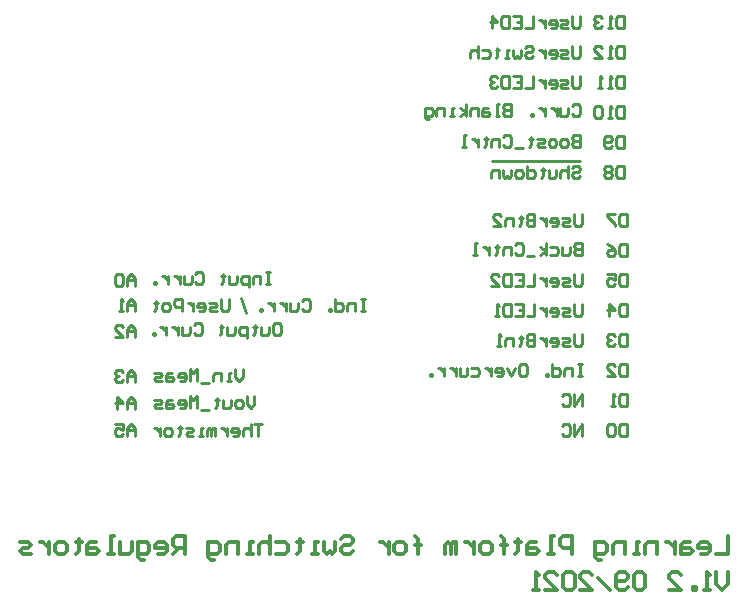
<source format=gbo>
G04*
G04 #@! TF.GenerationSoftware,Altium Limited,Altium Designer,21.2.1 (34)*
G04*
G04 Layer_Color=32896*
%FSLAX25Y25*%
%MOIN*%
G70*
G04*
G04 #@! TF.SameCoordinates,E3247584-B976-4F33-B0A2-C8B4A793FEE3*
G04*
G04*
G04 #@! TF.FilePolarity,Positive*
G04*
G01*
G75*
%ADD10C,0.01181*%
%ADD13C,0.01000*%
D10*
X287819Y471895D02*
Y465992D01*
X283883D01*
X278963D02*
X280931D01*
X281915Y466976D01*
Y468943D01*
X280931Y469927D01*
X278963D01*
X277980Y468943D01*
Y467959D01*
X281915D01*
X275028Y469927D02*
X273060D01*
X272076Y468943D01*
Y465992D01*
X275028D01*
X276012Y466976D01*
X275028Y467959D01*
X272076D01*
X270108Y469927D02*
Y465992D01*
Y467959D01*
X269124Y468943D01*
X268140Y469927D01*
X267156D01*
X264205Y465992D02*
Y469927D01*
X261253D01*
X260269Y468943D01*
Y465992D01*
X258301D02*
X256333D01*
X257317D01*
Y469927D01*
X258301D01*
X253381Y465992D02*
Y469927D01*
X250429D01*
X249446Y468943D01*
Y465992D01*
X245510Y464024D02*
X244526D01*
X243542Y465008D01*
Y469927D01*
X246494D01*
X247478Y468943D01*
Y466976D01*
X246494Y465992D01*
X243542D01*
X235670D02*
Y471895D01*
X232719D01*
X231735Y470911D01*
Y468943D01*
X232719Y467959D01*
X235670D01*
X229767Y465992D02*
X227799D01*
X228783D01*
Y471895D01*
X229767D01*
X223863Y469927D02*
X221895D01*
X220911Y468943D01*
Y465992D01*
X223863D01*
X224847Y466976D01*
X223863Y467959D01*
X220911D01*
X217960Y470911D02*
Y469927D01*
X218944D01*
X216976D01*
X217960D01*
Y466976D01*
X216976Y465992D01*
X213040D02*
Y470911D01*
Y468943D01*
X214024D01*
X212056D01*
X213040D01*
Y470911D01*
X212056Y471895D01*
X208120Y465992D02*
X206152D01*
X205169Y466976D01*
Y468943D01*
X206152Y469927D01*
X208120D01*
X209104Y468943D01*
Y466976D01*
X208120Y465992D01*
X203201Y469927D02*
Y465992D01*
Y467959D01*
X202217Y468943D01*
X201233Y469927D01*
X200249D01*
X197297Y465992D02*
Y469927D01*
X196313D01*
X195329Y468943D01*
Y465992D01*
Y468943D01*
X194345Y469927D01*
X193361Y468943D01*
Y465992D01*
X184506D02*
Y470911D01*
Y468943D01*
X185490D01*
X183522D01*
X184506D01*
Y470911D01*
X183522Y471895D01*
X179586Y465992D02*
X177618D01*
X176634Y466976D01*
Y468943D01*
X177618Y469927D01*
X179586D01*
X180570Y468943D01*
Y466976D01*
X179586Y465992D01*
X174667Y469927D02*
Y465992D01*
Y467959D01*
X173683Y468943D01*
X172699Y469927D01*
X171715D01*
X158924Y470911D02*
X159907Y471895D01*
X161875D01*
X162859Y470911D01*
Y469927D01*
X161875Y468943D01*
X159907D01*
X158924Y467959D01*
Y466976D01*
X159907Y465992D01*
X161875D01*
X162859Y466976D01*
X156956Y469927D02*
Y466976D01*
X155972Y465992D01*
X154988Y466976D01*
X154004Y465992D01*
X153020Y466976D01*
Y469927D01*
X151052Y465992D02*
X149084D01*
X150068D01*
Y469927D01*
X151052D01*
X145149Y470911D02*
Y469927D01*
X146133D01*
X144165D01*
X145149D01*
Y466976D01*
X144165Y465992D01*
X137277Y469927D02*
X140229D01*
X141213Y468943D01*
Y466976D01*
X140229Y465992D01*
X137277D01*
X135309Y471895D02*
Y465992D01*
Y468943D01*
X134325Y469927D01*
X132357D01*
X131374Y468943D01*
Y465992D01*
X129406D02*
X127438D01*
X128422D01*
Y469927D01*
X129406D01*
X124486Y465992D02*
Y469927D01*
X121534D01*
X120550Y468943D01*
Y465992D01*
X116614Y464024D02*
X115630D01*
X114647Y465008D01*
Y469927D01*
X117598D01*
X118582Y468943D01*
Y466976D01*
X117598Y465992D01*
X114647D01*
X106775D02*
Y471895D01*
X103823D01*
X102839Y470911D01*
Y468943D01*
X103823Y467959D01*
X106775D01*
X104807D02*
X102839Y465992D01*
X97920D02*
X99888D01*
X100872Y466976D01*
Y468943D01*
X99888Y469927D01*
X97920D01*
X96936Y468943D01*
Y467959D01*
X100872D01*
X93000Y464024D02*
X92016D01*
X91032Y465008D01*
Y469927D01*
X93984D01*
X94968Y468943D01*
Y466976D01*
X93984Y465992D01*
X91032D01*
X89064Y469927D02*
Y466976D01*
X88080Y465992D01*
X85129D01*
Y469927D01*
X83161Y465992D02*
X81193D01*
X82177D01*
Y471895D01*
X83161D01*
X77257Y469927D02*
X75289D01*
X74305Y468943D01*
Y465992D01*
X77257D01*
X78241Y466976D01*
X77257Y467959D01*
X74305D01*
X71354Y470911D02*
Y469927D01*
X72338D01*
X70370D01*
X71354D01*
Y466976D01*
X70370Y465992D01*
X66434D02*
X64466D01*
X63482Y466976D01*
Y468943D01*
X64466Y469927D01*
X66434D01*
X67418Y468943D01*
Y466976D01*
X66434Y465992D01*
X61514Y469927D02*
Y465992D01*
Y467959D01*
X60530Y468943D01*
X59546Y469927D01*
X58562D01*
X55611Y465992D02*
X52659D01*
X51675Y466976D01*
X52659Y467959D01*
X54627D01*
X55611Y468943D01*
X54627Y469927D01*
X51675D01*
X287819Y460008D02*
Y456073D01*
X285851Y454105D01*
X283883Y456073D01*
Y460008D01*
X281915Y454105D02*
X279947D01*
X280931D01*
Y460008D01*
X281915Y459024D01*
X276996Y454105D02*
Y455089D01*
X276012D01*
Y454105D01*
X276996D01*
X268140D02*
X272076D01*
X268140Y458041D01*
Y459024D01*
X269124Y460008D01*
X271092D01*
X272076Y459024D01*
X260269D02*
X259285Y460008D01*
X257317D01*
X256333Y459024D01*
Y455089D01*
X257317Y454105D01*
X259285D01*
X260269Y455089D01*
Y459024D01*
X254365Y455089D02*
X253381Y454105D01*
X251413D01*
X250429Y455089D01*
Y459024D01*
X251413Y460008D01*
X253381D01*
X254365Y459024D01*
Y458041D01*
X253381Y457057D01*
X250429D01*
X248462Y454105D02*
X244526Y458041D01*
X238622Y454105D02*
X242558D01*
X238622Y458041D01*
Y459024D01*
X239606Y460008D01*
X241574D01*
X242558Y459024D01*
X236654D02*
X235670Y460008D01*
X233703D01*
X232719Y459024D01*
Y455089D01*
X233703Y454105D01*
X235670D01*
X236654Y455089D01*
Y459024D01*
X226815Y454105D02*
X230751D01*
X226815Y458041D01*
Y459024D01*
X227799Y460008D01*
X229767D01*
X230751Y459024D01*
X224847Y454105D02*
X222879D01*
X223863D01*
Y460008D01*
X224847Y459024D01*
D13*
X125484Y551469D02*
X127000Y546350D01*
X209000Y597000D02*
X238500D01*
X90000Y547032D02*
Y549656D01*
X88688Y550968D01*
X87376Y549656D01*
Y547032D01*
Y549000D01*
X90000D01*
X86064Y547032D02*
X84752D01*
X85408D01*
Y550968D01*
X86064Y550312D01*
X166711Y550968D02*
X165399D01*
X166055D01*
Y547032D01*
X166711D01*
X165399D01*
X163431D02*
Y549656D01*
X161463D01*
X160807Y549000D01*
Y547032D01*
X156872Y550968D02*
Y547032D01*
X158839D01*
X159495Y547688D01*
Y549000D01*
X158839Y549656D01*
X156872D01*
X155560Y547032D02*
Y547688D01*
X154904D01*
Y547032D01*
X155560D01*
X145720Y550312D02*
X146376Y550968D01*
X147688D01*
X148344Y550312D01*
Y547688D01*
X147688Y547032D01*
X146376D01*
X145720Y547688D01*
X144408Y549656D02*
Y547688D01*
X143753Y547032D01*
X141785D01*
Y549656D01*
X140473D02*
Y547032D01*
Y548344D01*
X139817Y549000D01*
X139161Y549656D01*
X138505D01*
X136537D02*
Y547032D01*
Y548344D01*
X135881Y549000D01*
X135225Y549656D01*
X134569D01*
X132601Y547032D02*
Y547688D01*
X131945D01*
Y547032D01*
X132601D01*
X121450Y550968D02*
Y547688D01*
X120794Y547032D01*
X119482D01*
X118826Y547688D01*
Y550968D01*
X117514Y547032D02*
X115546D01*
X114890Y547688D01*
X115546Y548344D01*
X116858D01*
X117514Y549000D01*
X116858Y549656D01*
X114890D01*
X111611Y547032D02*
X112923D01*
X113578Y547688D01*
Y549000D01*
X112923Y549656D01*
X111611D01*
X110955Y549000D01*
Y548344D01*
X113578D01*
X109643Y549656D02*
Y547032D01*
Y548344D01*
X108987Y549000D01*
X108331Y549656D01*
X107675D01*
X105707Y547032D02*
Y550968D01*
X103739D01*
X103083Y550312D01*
Y549000D01*
X103739Y548344D01*
X105707D01*
X101115Y547032D02*
X99803D01*
X99147Y547688D01*
Y549000D01*
X99803Y549656D01*
X101115D01*
X101771Y549000D01*
Y547688D01*
X101115Y547032D01*
X97180Y550312D02*
Y549656D01*
X97835D01*
X96524D01*
X97180D01*
Y547688D01*
X96524Y547032D01*
X90000Y514532D02*
Y517156D01*
X88688Y518468D01*
X87376Y517156D01*
Y514532D01*
Y516500D01*
X90000D01*
X84096Y514532D02*
Y518468D01*
X86064Y516500D01*
X83440D01*
X129977Y518757D02*
Y516133D01*
X128665Y514822D01*
X127354Y516133D01*
Y518757D01*
X125386Y514822D02*
X124074D01*
X123418Y515478D01*
Y516789D01*
X124074Y517445D01*
X125386D01*
X126042Y516789D01*
Y515478D01*
X125386Y514822D01*
X122106Y517445D02*
Y515478D01*
X121450Y514822D01*
X119482D01*
Y517445D01*
X117514Y518101D02*
Y517445D01*
X118170D01*
X116858D01*
X117514D01*
Y515478D01*
X116858Y514822D01*
X114890Y514166D02*
X112267D01*
X110955Y514822D02*
Y518757D01*
X109643Y517445D01*
X108331Y518757D01*
Y514822D01*
X105051D02*
X106363D01*
X107019Y515478D01*
Y516789D01*
X106363Y517445D01*
X105051D01*
X104395Y516789D01*
Y516133D01*
X107019D01*
X102427Y517445D02*
X101115D01*
X100459Y516789D01*
Y514822D01*
X102427D01*
X103083Y515478D01*
X102427Y516133D01*
X100459D01*
X99147Y514822D02*
X97180D01*
X96524Y515478D01*
X97180Y516133D01*
X98492D01*
X99147Y516789D01*
X98492Y517445D01*
X96524D01*
X135225Y560124D02*
X133913D01*
X134569D01*
Y556188D01*
X135225D01*
X133913D01*
X131945D02*
Y558812D01*
X129977D01*
X129322Y558156D01*
Y556188D01*
X128009Y554876D02*
Y558812D01*
X126042D01*
X125386Y558156D01*
Y556844D01*
X126042Y556188D01*
X128009D01*
X124074Y558812D02*
Y556844D01*
X123418Y556188D01*
X121450D01*
Y558812D01*
X119482Y559468D02*
Y558812D01*
X120138D01*
X118826D01*
X119482D01*
Y556844D01*
X118826Y556188D01*
X110299Y559468D02*
X110955Y560124D01*
X112267D01*
X112923Y559468D01*
Y556844D01*
X112267Y556188D01*
X110955D01*
X110299Y556844D01*
X108987Y558812D02*
Y556844D01*
X108331Y556188D01*
X106363D01*
Y558812D01*
X105051D02*
Y556188D01*
Y557500D01*
X104395Y558156D01*
X103739Y558812D01*
X103083D01*
X101115D02*
Y556188D01*
Y557500D01*
X100459Y558156D01*
X99803Y558812D01*
X99147D01*
X97180Y556188D02*
Y556844D01*
X96524D01*
Y556188D01*
X97180D01*
X136693Y543124D02*
X138005D01*
X138661Y542468D01*
Y539844D01*
X138005Y539188D01*
X136693D01*
X136037Y539844D01*
Y542468D01*
X136693Y543124D01*
X134725Y541812D02*
Y539844D01*
X134069Y539188D01*
X132101D01*
Y541812D01*
X130133Y542468D02*
Y541812D01*
X130789D01*
X129477D01*
X130133D01*
Y539844D01*
X129477Y539188D01*
X127509Y537876D02*
Y541812D01*
X125542D01*
X124886Y541156D01*
Y539844D01*
X125542Y539188D01*
X127509D01*
X123574Y541812D02*
Y539844D01*
X122918Y539188D01*
X120950D01*
Y541812D01*
X118982Y542468D02*
Y541812D01*
X119638D01*
X118326D01*
X118982D01*
Y539844D01*
X118326Y539188D01*
X109799Y542468D02*
X110455Y543124D01*
X111767D01*
X112423Y542468D01*
Y539844D01*
X111767Y539188D01*
X110455D01*
X109799Y539844D01*
X108487Y541812D02*
Y539844D01*
X107831Y539188D01*
X105863D01*
Y541812D01*
X104551D02*
Y539188D01*
Y540500D01*
X103895Y541156D01*
X103239Y541812D01*
X102583D01*
X100615D02*
Y539188D01*
Y540500D01*
X99959Y541156D01*
X99303Y541812D01*
X98647D01*
X96680Y539188D02*
Y539844D01*
X96024D01*
Y539188D01*
X96680D01*
X132601Y509429D02*
X129977D01*
X131289D01*
Y505494D01*
X128665Y509429D02*
Y505494D01*
Y507461D01*
X128009Y508117D01*
X126698D01*
X126042Y507461D01*
Y505494D01*
X122762D02*
X124074D01*
X124730Y506149D01*
Y507461D01*
X124074Y508117D01*
X122762D01*
X122106Y507461D01*
Y506806D01*
X124730D01*
X120794Y508117D02*
Y505494D01*
Y506806D01*
X120138Y507461D01*
X119482Y508117D01*
X118826D01*
X116858Y505494D02*
Y508117D01*
X116202D01*
X115546Y507461D01*
Y505494D01*
Y507461D01*
X114890Y508117D01*
X114234Y507461D01*
Y505494D01*
X112923D02*
X111611D01*
X112267D01*
Y508117D01*
X112923D01*
X109643Y505494D02*
X107675D01*
X107019Y506149D01*
X107675Y506806D01*
X108987D01*
X109643Y507461D01*
X108987Y508117D01*
X107019D01*
X105051Y508773D02*
Y508117D01*
X105707D01*
X104395D01*
X105051D01*
Y506149D01*
X104395Y505494D01*
X101771D02*
X100459D01*
X99803Y506149D01*
Y507461D01*
X100459Y508117D01*
X101771D01*
X102427Y507461D01*
Y506149D01*
X101771Y505494D01*
X98492Y508117D02*
Y505494D01*
Y506806D01*
X97835Y507461D01*
X97180Y508117D01*
X96524D01*
X126042Y527757D02*
Y525134D01*
X124730Y523822D01*
X123418Y525134D01*
Y527757D01*
X122106Y523822D02*
X120794D01*
X121450D01*
Y526445D01*
X122106D01*
X118826Y523822D02*
Y526445D01*
X116858D01*
X116202Y525789D01*
Y523822D01*
X114890Y523166D02*
X112267D01*
X110955Y523822D02*
Y527757D01*
X109643Y526445D01*
X108331Y527757D01*
Y523822D01*
X105051D02*
X106363D01*
X107019Y524477D01*
Y525789D01*
X106363Y526445D01*
X105051D01*
X104395Y525789D01*
Y525134D01*
X107019D01*
X102427Y526445D02*
X101115D01*
X100459Y525789D01*
Y523822D01*
X102427D01*
X103083Y524477D01*
X102427Y525134D01*
X100459D01*
X99147Y523822D02*
X97180D01*
X96524Y524477D01*
X97180Y525134D01*
X98492D01*
X99147Y525789D01*
X98492Y526445D01*
X96524D01*
X90000Y523532D02*
Y526156D01*
X88688Y527468D01*
X87376Y526156D01*
Y523532D01*
Y525500D01*
X90000D01*
X86064Y526812D02*
X85408Y527468D01*
X84096D01*
X83440Y526812D01*
Y526156D01*
X84096Y525500D01*
X84752D01*
X84096D01*
X83440Y524844D01*
Y524188D01*
X84096Y523532D01*
X85408D01*
X86064Y524188D01*
X90000Y538532D02*
Y541156D01*
X88688Y542468D01*
X87376Y541156D01*
Y538532D01*
Y540500D01*
X90000D01*
X83440Y538532D02*
X86064D01*
X83440Y541156D01*
Y541812D01*
X84096Y542468D01*
X85408D01*
X86064Y541812D01*
X90000Y555532D02*
Y558156D01*
X88688Y559468D01*
X87376Y558156D01*
Y555532D01*
Y557500D01*
X90000D01*
X86064Y558812D02*
X85408Y559468D01*
X84096D01*
X83440Y558812D01*
Y556188D01*
X84096Y555532D01*
X85408D01*
X86064Y556188D01*
Y558812D01*
X90000Y505532D02*
Y508156D01*
X88688Y509468D01*
X87376Y508156D01*
Y505532D01*
Y507500D01*
X90000D01*
X83440Y509468D02*
X86064D01*
Y507500D01*
X84752Y508156D01*
X84096D01*
X83440Y507500D01*
Y506188D01*
X84096Y505532D01*
X85408D01*
X86064Y506188D01*
X238524Y645468D02*
Y642188D01*
X237868Y641532D01*
X236556D01*
X235900Y642188D01*
Y645468D01*
X234588Y641532D02*
X232620D01*
X231964Y642188D01*
X232620Y642844D01*
X233932D01*
X234588Y643500D01*
X233932Y644156D01*
X231964D01*
X228684Y641532D02*
X229996D01*
X230652Y642188D01*
Y643500D01*
X229996Y644156D01*
X228684D01*
X228028Y643500D01*
Y642844D01*
X230652D01*
X226716Y644156D02*
Y641532D01*
Y642844D01*
X226060Y643500D01*
X225405Y644156D01*
X224748D01*
X222781Y645468D02*
Y641532D01*
X220157D01*
X216221Y645468D02*
X218845D01*
Y641532D01*
X216221D01*
X218845Y643500D02*
X217533D01*
X214909Y645468D02*
Y641532D01*
X212941D01*
X212285Y642188D01*
Y644812D01*
X212941Y645468D01*
X214909D01*
X209006Y641532D02*
Y645468D01*
X210973Y643500D01*
X208350D01*
X238524Y635468D02*
Y632188D01*
X237868Y631532D01*
X236556D01*
X235900Y632188D01*
Y635468D01*
X234588Y631532D02*
X232620D01*
X231964Y632188D01*
X232620Y632844D01*
X233932D01*
X234588Y633500D01*
X233932Y634156D01*
X231964D01*
X228684Y631532D02*
X229996D01*
X230652Y632188D01*
Y633500D01*
X229996Y634156D01*
X228684D01*
X228028Y633500D01*
Y632844D01*
X230652D01*
X226716Y634156D02*
Y631532D01*
Y632844D01*
X226060Y633500D01*
X225405Y634156D01*
X224748D01*
X220157Y634812D02*
X220813Y635468D01*
X222125D01*
X222781Y634812D01*
Y634156D01*
X222125Y633500D01*
X220813D01*
X220157Y632844D01*
Y632188D01*
X220813Y631532D01*
X222125D01*
X222781Y632188D01*
X218845Y634156D02*
Y632188D01*
X218189Y631532D01*
X217533Y632188D01*
X216877Y631532D01*
X216221Y632188D01*
Y634156D01*
X214909Y631532D02*
X213597D01*
X214253D01*
Y634156D01*
X214909D01*
X210973Y634812D02*
Y634156D01*
X211629D01*
X210317D01*
X210973D01*
Y632188D01*
X210317Y631532D01*
X205726Y634156D02*
X207694D01*
X208350Y633500D01*
Y632188D01*
X207694Y631532D01*
X205726D01*
X204414Y635468D02*
Y631532D01*
Y633500D01*
X203758Y634156D01*
X202446D01*
X201790Y633500D01*
Y631532D01*
X238524Y625468D02*
Y622188D01*
X237868Y621532D01*
X236556D01*
X235900Y622188D01*
Y625468D01*
X234588Y621532D02*
X232620D01*
X231964Y622188D01*
X232620Y622844D01*
X233932D01*
X234588Y623500D01*
X233932Y624156D01*
X231964D01*
X228684Y621532D02*
X229996D01*
X230652Y622188D01*
Y623500D01*
X229996Y624156D01*
X228684D01*
X228028Y623500D01*
Y622844D01*
X230652D01*
X226716Y624156D02*
Y621532D01*
Y622844D01*
X226060Y623500D01*
X225405Y624156D01*
X224748D01*
X222781Y625468D02*
Y621532D01*
X220157D01*
X216221Y625468D02*
X218845D01*
Y621532D01*
X216221D01*
X218845Y623500D02*
X217533D01*
X214909Y625468D02*
Y621532D01*
X212941D01*
X212285Y622188D01*
Y624812D01*
X212941Y625468D01*
X214909D01*
X210973Y624812D02*
X210317Y625468D01*
X209006D01*
X208350Y624812D01*
Y624156D01*
X209006Y623500D01*
X209662D01*
X209006D01*
X208350Y622844D01*
Y622188D01*
X209006Y621532D01*
X210317D01*
X210973Y622188D01*
X235876Y594812D02*
X236532Y595468D01*
X237844D01*
X238500Y594812D01*
Y594156D01*
X237844Y593500D01*
X236532D01*
X235876Y592844D01*
Y592188D01*
X236532Y591532D01*
X237844D01*
X238500Y592188D01*
X234564Y595468D02*
Y591532D01*
Y593500D01*
X233908Y594156D01*
X232596D01*
X231940Y593500D01*
Y591532D01*
X230628Y594156D02*
Y592188D01*
X229973Y591532D01*
X228005D01*
Y594156D01*
X226037Y594812D02*
Y594156D01*
X226693D01*
X225381D01*
X226037D01*
Y592188D01*
X225381Y591532D01*
X220789Y595468D02*
Y591532D01*
X222757D01*
X223413Y592188D01*
Y593500D01*
X222757Y594156D01*
X220789D01*
X218821Y591532D02*
X217509D01*
X216853Y592188D01*
Y593500D01*
X217509Y594156D01*
X218821D01*
X219477Y593500D01*
Y592188D01*
X218821Y591532D01*
X215542Y594156D02*
Y592188D01*
X214886Y591532D01*
X214230Y592188D01*
X213574Y591532D01*
X212918Y592188D01*
Y594156D01*
X211606Y591532D02*
Y594156D01*
X209638D01*
X208982Y593500D01*
Y591532D01*
X238500Y605796D02*
Y601860D01*
X236532D01*
X235876Y602516D01*
Y603172D01*
X236532Y603828D01*
X238500D01*
X236532D01*
X235876Y604484D01*
Y605140D01*
X236532Y605796D01*
X238500D01*
X233908Y601860D02*
X232596D01*
X231940Y602516D01*
Y603828D01*
X232596Y604484D01*
X233908D01*
X234564Y603828D01*
Y602516D01*
X233908Y601860D01*
X229973D02*
X228661D01*
X228005Y602516D01*
Y603828D01*
X228661Y604484D01*
X229973D01*
X230628Y603828D01*
Y602516D01*
X229973Y601860D01*
X226693D02*
X224725D01*
X224069Y602516D01*
X224725Y603172D01*
X226037D01*
X226693Y603828D01*
X226037Y604484D01*
X224069D01*
X222101Y605140D02*
Y604484D01*
X222757D01*
X221445D01*
X222101D01*
Y602516D01*
X221445Y601860D01*
X219477Y601204D02*
X216853D01*
X212918Y605140D02*
X213574Y605796D01*
X214886D01*
X215542Y605140D01*
Y602516D01*
X214886Y601860D01*
X213574D01*
X212918Y602516D01*
X211606Y601860D02*
Y604484D01*
X209638D01*
X208982Y603828D01*
Y601860D01*
X207014Y605140D02*
Y604484D01*
X207670D01*
X206358D01*
X207014D01*
Y602516D01*
X206358Y601860D01*
X204390Y604484D02*
Y601860D01*
Y603172D01*
X203734Y603828D01*
X203078Y604484D01*
X202422D01*
X200454Y601860D02*
X199143D01*
X199799D01*
Y605796D01*
X200454D01*
X235900Y615468D02*
X236556Y616124D01*
X237868D01*
X238524Y615468D01*
Y612844D01*
X237868Y612188D01*
X236556D01*
X235900Y612844D01*
X234588Y614812D02*
Y612844D01*
X233932Y612188D01*
X231964D01*
Y614812D01*
X230652D02*
Y612188D01*
Y613500D01*
X229996Y614156D01*
X229340Y614812D01*
X228684D01*
X226716D02*
Y612188D01*
Y613500D01*
X226060Y614156D01*
X225405Y614812D01*
X224748D01*
X222781Y612188D02*
Y612844D01*
X222125D01*
Y612188D01*
X222781D01*
X215565Y616124D02*
Y612188D01*
X213597D01*
X212941Y612844D01*
Y613500D01*
X213597Y614156D01*
X215565D01*
X213597D01*
X212941Y614812D01*
Y615468D01*
X213597Y616124D01*
X215565D01*
X211629Y612188D02*
X210317D01*
X210973D01*
Y616124D01*
X211629D01*
X207694Y614812D02*
X206382D01*
X205726Y614156D01*
Y612188D01*
X207694D01*
X208350Y612844D01*
X207694Y613500D01*
X205726D01*
X204414Y612188D02*
Y614812D01*
X202446D01*
X201790Y614156D01*
Y612188D01*
X200478D02*
Y616124D01*
Y613500D02*
X198510Y614812D01*
X200478Y613500D02*
X198510Y612188D01*
X196542D02*
X195230D01*
X195886D01*
Y614812D01*
X196542D01*
X193263Y612188D02*
Y614812D01*
X191295D01*
X190639Y614156D01*
Y612188D01*
X188015Y610876D02*
X187359D01*
X186703Y611532D01*
Y614812D01*
X188671D01*
X189327Y614156D01*
Y612844D01*
X188671Y612188D01*
X186703D01*
X253024Y615468D02*
Y611532D01*
X251056D01*
X250400Y612188D01*
Y614812D01*
X251056Y615468D01*
X253024D01*
X249088Y611532D02*
X247776D01*
X248432D01*
Y615468D01*
X249088Y614812D01*
X245808D02*
X245152Y615468D01*
X243840D01*
X243184Y614812D01*
Y612188D01*
X243840Y611532D01*
X245152D01*
X245808Y612188D01*
Y614812D01*
X253000Y605468D02*
Y601532D01*
X251032D01*
X250376Y602188D01*
Y604812D01*
X251032Y605468D01*
X253000D01*
X249064Y602188D02*
X248408Y601532D01*
X247096D01*
X246440Y602188D01*
Y604812D01*
X247096Y605468D01*
X248408D01*
X249064Y604812D01*
Y604156D01*
X248408Y603500D01*
X246440D01*
X253000Y595468D02*
Y591532D01*
X251032D01*
X250376Y592188D01*
Y594812D01*
X251032Y595468D01*
X253000D01*
X249064Y594812D02*
X248408Y595468D01*
X247096D01*
X246440Y594812D01*
Y594156D01*
X247096Y593500D01*
X246440Y592844D01*
Y592188D01*
X247096Y591532D01*
X248408D01*
X249064Y592188D01*
Y592844D01*
X248408Y593500D01*
X249064Y594156D01*
Y594812D01*
X248408Y593500D02*
X247096D01*
X253024Y625468D02*
Y621532D01*
X251056D01*
X250400Y622188D01*
Y624812D01*
X251056Y625468D01*
X253024D01*
X249088Y621532D02*
X247776D01*
X248432D01*
Y625468D01*
X249088Y624812D01*
X245808Y621532D02*
X244496D01*
X245152D01*
Y625468D01*
X245808Y624812D01*
X253024Y635468D02*
Y631532D01*
X251056D01*
X250400Y632188D01*
Y634812D01*
X251056Y635468D01*
X253024D01*
X249088Y631532D02*
X247776D01*
X248432D01*
Y635468D01*
X249088Y634812D01*
X243184Y631532D02*
X245808D01*
X243184Y634156D01*
Y634812D01*
X243840Y635468D01*
X245152D01*
X245808Y634812D01*
X253024Y645468D02*
Y641532D01*
X251056D01*
X250400Y642188D01*
Y644812D01*
X251056Y645468D01*
X253024D01*
X249088Y641532D02*
X247776D01*
X248432D01*
Y645468D01*
X249088Y644812D01*
X245808D02*
X245152Y645468D01*
X243840D01*
X243184Y644812D01*
Y644156D01*
X243840Y643500D01*
X244496D01*
X243840D01*
X243184Y642844D01*
Y642188D01*
X243840Y641532D01*
X245152D01*
X245808Y642188D01*
X239024Y539468D02*
Y536188D01*
X238368Y535532D01*
X237056D01*
X236400Y536188D01*
Y539468D01*
X235088Y535532D02*
X233120D01*
X232464Y536188D01*
X233120Y536844D01*
X234432D01*
X235088Y537500D01*
X234432Y538156D01*
X232464D01*
X229184Y535532D02*
X230496D01*
X231152Y536188D01*
Y537500D01*
X230496Y538156D01*
X229184D01*
X228528Y537500D01*
Y536844D01*
X231152D01*
X227216Y538156D02*
Y535532D01*
Y536844D01*
X226560Y537500D01*
X225904Y538156D01*
X225249D01*
X223281Y539468D02*
Y535532D01*
X221313D01*
X220657Y536188D01*
Y536844D01*
X221313Y537500D01*
X223281D01*
X221313D01*
X220657Y538156D01*
Y538812D01*
X221313Y539468D01*
X223281D01*
X218689Y538812D02*
Y538156D01*
X219345D01*
X218033D01*
X218689D01*
Y536188D01*
X218033Y535532D01*
X216065D02*
Y538156D01*
X214097D01*
X213441Y537500D01*
Y535532D01*
X212129D02*
X210818D01*
X211473D01*
Y539468D01*
X212129Y538812D01*
X239024Y549468D02*
Y546188D01*
X238368Y545532D01*
X237056D01*
X236400Y546188D01*
Y549468D01*
X235088Y545532D02*
X233120D01*
X232464Y546188D01*
X233120Y546844D01*
X234432D01*
X235088Y547500D01*
X234432Y548156D01*
X232464D01*
X229184Y545532D02*
X230496D01*
X231152Y546188D01*
Y547500D01*
X230496Y548156D01*
X229184D01*
X228528Y547500D01*
Y546844D01*
X231152D01*
X227216Y548156D02*
Y545532D01*
Y546844D01*
X226560Y547500D01*
X225904Y548156D01*
X225249D01*
X223281Y549468D02*
Y545532D01*
X220657D01*
X216721Y549468D02*
X219345D01*
Y545532D01*
X216721D01*
X219345Y547500D02*
X218033D01*
X215409Y549468D02*
Y545532D01*
X213441D01*
X212785Y546188D01*
Y548812D01*
X213441Y549468D01*
X215409D01*
X211473Y545532D02*
X210161D01*
X210818D01*
Y549468D01*
X211473Y548812D01*
X239024Y505532D02*
Y509468D01*
X236400Y505532D01*
Y509468D01*
X232464Y508812D02*
X233120Y509468D01*
X234432D01*
X235088Y508812D01*
Y506188D01*
X234432Y505532D01*
X233120D01*
X232464Y506188D01*
X239024Y515532D02*
Y519468D01*
X236400Y515532D01*
Y519468D01*
X232464Y518812D02*
X233120Y519468D01*
X234432D01*
X235088Y518812D01*
Y516188D01*
X234432Y515532D01*
X233120D01*
X232464Y516188D01*
X239024Y529468D02*
X237712D01*
X238368D01*
Y525532D01*
X239024D01*
X237712D01*
X235744D02*
Y528156D01*
X233776D01*
X233120Y527500D01*
Y525532D01*
X229184Y529468D02*
Y525532D01*
X231152D01*
X231808Y526188D01*
Y527500D01*
X231152Y528156D01*
X229184D01*
X227872Y525532D02*
Y526188D01*
X227216D01*
Y525532D01*
X227872D01*
X218689Y529468D02*
X220001D01*
X220657Y528812D01*
Y526188D01*
X220001Y525532D01*
X218689D01*
X218033Y526188D01*
Y528812D01*
X218689Y529468D01*
X216721Y528156D02*
X215409Y525532D01*
X214097Y528156D01*
X210818Y525532D02*
X212129D01*
X212785Y526188D01*
Y527500D01*
X212129Y528156D01*
X210818D01*
X210161Y527500D01*
Y526844D01*
X212785D01*
X208850Y528156D02*
Y525532D01*
Y526844D01*
X208194Y527500D01*
X207538Y528156D01*
X206882D01*
X202290D02*
X204258D01*
X204914Y527500D01*
Y526188D01*
X204258Y525532D01*
X202290D01*
X200978Y528156D02*
Y526188D01*
X200322Y525532D01*
X198354D01*
Y528156D01*
X197042D02*
Y525532D01*
Y526844D01*
X196386Y527500D01*
X195730Y528156D01*
X195074D01*
X193107D02*
Y525532D01*
Y526844D01*
X192451Y527500D01*
X191795Y528156D01*
X191139D01*
X189171Y525532D02*
Y526188D01*
X188515D01*
Y525532D01*
X189171D01*
X239024Y559468D02*
Y556188D01*
X238368Y555532D01*
X237056D01*
X236400Y556188D01*
Y559468D01*
X235088Y555532D02*
X233120D01*
X232464Y556188D01*
X233120Y556844D01*
X234432D01*
X235088Y557500D01*
X234432Y558156D01*
X232464D01*
X229184Y555532D02*
X230496D01*
X231152Y556188D01*
Y557500D01*
X230496Y558156D01*
X229184D01*
X228528Y557500D01*
Y556844D01*
X231152D01*
X227216Y558156D02*
Y555532D01*
Y556844D01*
X226560Y557500D01*
X225904Y558156D01*
X225249D01*
X223281Y559468D02*
Y555532D01*
X220657D01*
X216721Y559468D02*
X219345D01*
Y555532D01*
X216721D01*
X219345Y557500D02*
X218033D01*
X215409Y559468D02*
Y555532D01*
X213441D01*
X212785Y556188D01*
Y558812D01*
X213441Y559468D01*
X215409D01*
X208850Y555532D02*
X211473D01*
X208850Y558156D01*
Y558812D01*
X209506Y559468D01*
X210818D01*
X211473Y558812D01*
X239024Y569796D02*
Y565860D01*
X237056D01*
X236400Y566516D01*
Y567172D01*
X237056Y567828D01*
X239024D01*
X237056D01*
X236400Y568484D01*
Y569140D01*
X237056Y569796D01*
X239024D01*
X235088Y568484D02*
Y566516D01*
X234432Y565860D01*
X232464D01*
Y568484D01*
X228528D02*
X230496D01*
X231152Y567828D01*
Y566516D01*
X230496Y565860D01*
X228528D01*
X227216D02*
Y569796D01*
Y567172D02*
X225249Y568484D01*
X227216Y567172D02*
X225249Y565860D01*
X223281Y565204D02*
X220657D01*
X216721Y569140D02*
X217377Y569796D01*
X218689D01*
X219345Y569140D01*
Y566516D01*
X218689Y565860D01*
X217377D01*
X216721Y566516D01*
X215409Y565860D02*
Y568484D01*
X213441D01*
X212785Y567828D01*
Y565860D01*
X210818Y569140D02*
Y568484D01*
X211473D01*
X210161D01*
X210818D01*
Y566516D01*
X210161Y565860D01*
X208194Y568484D02*
Y565860D01*
Y567172D01*
X207538Y567828D01*
X206882Y568484D01*
X206226D01*
X204258Y565860D02*
X202946D01*
X203602D01*
Y569796D01*
X204258D01*
X239024Y579468D02*
Y576188D01*
X238368Y575532D01*
X237056D01*
X236400Y576188D01*
Y579468D01*
X235088Y575532D02*
X233120D01*
X232464Y576188D01*
X233120Y576844D01*
X234432D01*
X235088Y577500D01*
X234432Y578156D01*
X232464D01*
X229184Y575532D02*
X230496D01*
X231152Y576188D01*
Y577500D01*
X230496Y578156D01*
X229184D01*
X228528Y577500D01*
Y576844D01*
X231152D01*
X227216Y578156D02*
Y575532D01*
Y576844D01*
X226560Y577500D01*
X225904Y578156D01*
X225249D01*
X223281Y579468D02*
Y575532D01*
X221313D01*
X220657Y576188D01*
Y576844D01*
X221313Y577500D01*
X223281D01*
X221313D01*
X220657Y578156D01*
Y578812D01*
X221313Y579468D01*
X223281D01*
X218689Y578812D02*
Y578156D01*
X219345D01*
X218033D01*
X218689D01*
Y576188D01*
X218033Y575532D01*
X216065D02*
Y578156D01*
X214097D01*
X213441Y577500D01*
Y575532D01*
X209506D02*
X212129D01*
X209506Y578156D01*
Y578812D01*
X210161Y579468D01*
X211473D01*
X212129Y578812D01*
X254024Y579468D02*
Y575532D01*
X252056D01*
X251400Y576188D01*
Y578812D01*
X252056Y579468D01*
X254024D01*
X250088D02*
X247464D01*
Y578812D01*
X250088Y576188D01*
Y575532D01*
X254024Y569468D02*
Y565532D01*
X252056D01*
X251400Y566188D01*
Y568812D01*
X252056Y569468D01*
X254024D01*
X247464D02*
X248776Y568812D01*
X250088Y567500D01*
Y566188D01*
X249432Y565532D01*
X248120D01*
X247464Y566188D01*
Y566844D01*
X248120Y567500D01*
X250088D01*
X254024Y559468D02*
Y555532D01*
X252056D01*
X251400Y556188D01*
Y558812D01*
X252056Y559468D01*
X254024D01*
X247464D02*
X250088D01*
Y557500D01*
X248776Y558156D01*
X248120D01*
X247464Y557500D01*
Y556188D01*
X248120Y555532D01*
X249432D01*
X250088Y556188D01*
X254024Y529468D02*
Y525532D01*
X252056D01*
X251400Y526188D01*
Y528812D01*
X252056Y529468D01*
X254024D01*
X247464Y525532D02*
X250088D01*
X247464Y528156D01*
Y528812D01*
X248120Y529468D01*
X249432D01*
X250088Y528812D01*
X254024Y519468D02*
Y515532D01*
X252056D01*
X251400Y516188D01*
Y518812D01*
X252056Y519468D01*
X254024D01*
X250088Y515532D02*
X248776D01*
X249432D01*
Y519468D01*
X250088Y518812D01*
X254024Y509468D02*
Y505532D01*
X252056D01*
X251400Y506188D01*
Y508812D01*
X252056Y509468D01*
X254024D01*
X250088Y508812D02*
X249432Y509468D01*
X248120D01*
X247464Y508812D01*
Y506188D01*
X248120Y505532D01*
X249432D01*
X250088Y506188D01*
Y508812D01*
X254024Y549468D02*
Y545532D01*
X252056D01*
X251400Y546188D01*
Y548812D01*
X252056Y549468D01*
X254024D01*
X248120Y545532D02*
Y549468D01*
X250088Y547500D01*
X247464D01*
X254024Y539468D02*
Y535532D01*
X252056D01*
X251400Y536188D01*
Y538812D01*
X252056Y539468D01*
X254024D01*
X250088Y538812D02*
X249432Y539468D01*
X248120D01*
X247464Y538812D01*
Y538156D01*
X248120Y537500D01*
X248776D01*
X248120D01*
X247464Y536844D01*
Y536188D01*
X248120Y535532D01*
X249432D01*
X250088Y536188D01*
M02*

</source>
